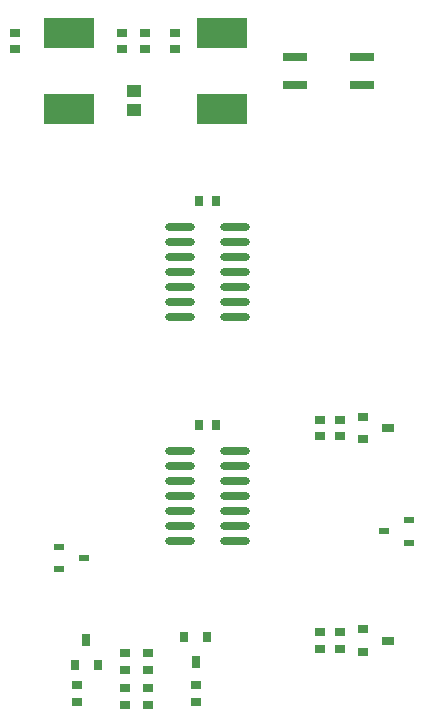
<source format=gtp>
G04 Layer_Color=8421504*
%FSLAX44Y44*%
%MOMM*%
G71*
G01*
G75*
%ADD10R,0.6500X1.1000*%
%ADD11R,0.6500X0.9000*%
%ADD12R,0.8500X0.6000*%
%ADD13R,4.2000X2.6000*%
%ADD14R,0.9000X0.8000*%
%ADD15R,2.0000X0.8000*%
%ADD16R,1.3000X1.0000*%
%ADD17O,2.5000X0.7000*%
%ADD18R,1.1000X0.6500*%
%ADD19R,0.9000X0.6500*%
%ADD20R,0.8000X0.9000*%
D10*
X147500Y157875D02*
D03*
X240000Y139625D02*
D03*
D11*
X157000Y137125D02*
D03*
X138000D02*
D03*
X230500Y160375D02*
D03*
X249500D02*
D03*
D12*
X145750Y227500D02*
D03*
X124250Y218000D02*
D03*
Y237000D02*
D03*
X399250Y250000D02*
D03*
X420750Y259500D02*
D03*
Y240500D02*
D03*
D13*
X132500Y672000D02*
D03*
Y608000D02*
D03*
X262500Y672000D02*
D03*
Y608000D02*
D03*
D14*
X87500Y672002D02*
D03*
Y658002D02*
D03*
X222500Y672002D02*
D03*
Y658002D02*
D03*
X197500Y672002D02*
D03*
Y658002D02*
D03*
X177500Y672002D02*
D03*
Y658002D02*
D03*
X362500Y164502D02*
D03*
Y150502D02*
D03*
X345000Y164502D02*
D03*
Y150502D02*
D03*
X240000Y105498D02*
D03*
Y119498D02*
D03*
X200000Y147002D02*
D03*
Y133002D02*
D03*
X140000Y105498D02*
D03*
Y119498D02*
D03*
X362500Y344502D02*
D03*
Y330502D02*
D03*
X180000Y147002D02*
D03*
Y133002D02*
D03*
X345000Y344502D02*
D03*
Y330502D02*
D03*
X200000Y117002D02*
D03*
Y103002D02*
D03*
X180000Y117002D02*
D03*
Y103002D02*
D03*
D15*
X324000Y652000D02*
D03*
Y628000D02*
D03*
X381000Y652000D02*
D03*
Y628000D02*
D03*
D16*
X187500Y623000D02*
D03*
Y607000D02*
D03*
D17*
X273500Y254600D02*
D03*
X226500Y318100D02*
D03*
Y305400D02*
D03*
Y292700D02*
D03*
Y280000D02*
D03*
Y267300D02*
D03*
Y254600D02*
D03*
Y241900D02*
D03*
X273500Y318100D02*
D03*
Y305400D02*
D03*
Y292700D02*
D03*
Y280000D02*
D03*
Y267300D02*
D03*
Y241900D02*
D03*
Y444600D02*
D03*
X226500Y508100D02*
D03*
Y495400D02*
D03*
Y482700D02*
D03*
Y470000D02*
D03*
Y457300D02*
D03*
Y444600D02*
D03*
Y431900D02*
D03*
X273500Y508100D02*
D03*
Y495400D02*
D03*
Y482700D02*
D03*
Y470000D02*
D03*
Y457300D02*
D03*
Y431900D02*
D03*
D18*
X402875Y157500D02*
D03*
Y337500D02*
D03*
D19*
X382125Y148000D02*
D03*
Y167000D02*
D03*
Y328000D02*
D03*
Y347000D02*
D03*
D20*
X257002Y340000D02*
D03*
X243002D02*
D03*
X257002Y530000D02*
D03*
X243002D02*
D03*
M02*

</source>
